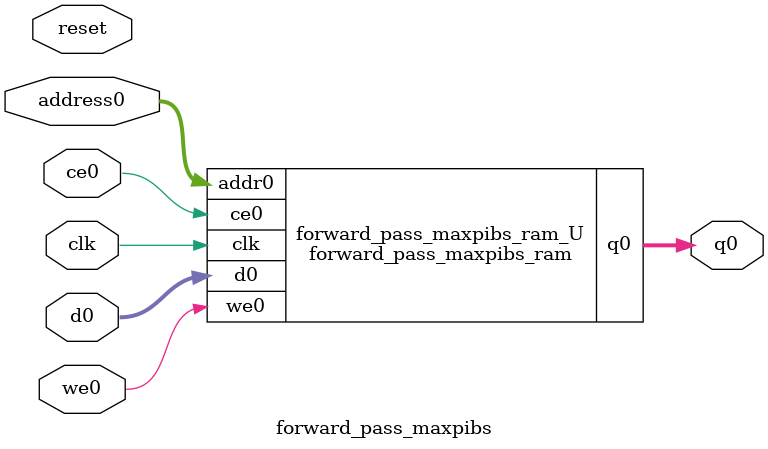
<source format=v>
`timescale 1 ns / 1 ps
module forward_pass_maxpibs_ram (addr0, ce0, d0, we0, q0,  clk);

parameter DWIDTH = 16;
parameter AWIDTH = 5;
parameter MEM_SIZE = 32;

input[AWIDTH-1:0] addr0;
input ce0;
input[DWIDTH-1:0] d0;
input we0;
output reg[DWIDTH-1:0] q0;
input clk;

(* ram_style = "distributed" *)reg [DWIDTH-1:0] ram[0:MEM_SIZE-1];




always @(posedge clk)  
begin 
    if (ce0) 
    begin
        if (we0) 
        begin 
            ram[addr0] <= d0; 
        end 
        q0 <= ram[addr0];
    end
end


endmodule

`timescale 1 ns / 1 ps
module forward_pass_maxpibs(
    reset,
    clk,
    address0,
    ce0,
    we0,
    d0,
    q0);

parameter DataWidth = 32'd16;
parameter AddressRange = 32'd32;
parameter AddressWidth = 32'd5;
input reset;
input clk;
input[AddressWidth - 1:0] address0;
input ce0;
input we0;
input[DataWidth - 1:0] d0;
output[DataWidth - 1:0] q0;



forward_pass_maxpibs_ram forward_pass_maxpibs_ram_U(
    .clk( clk ),
    .addr0( address0 ),
    .ce0( ce0 ),
    .we0( we0 ),
    .d0( d0 ),
    .q0( q0 ));

endmodule


</source>
